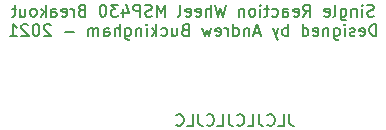
<source format=gbo>
G04 #@! TF.GenerationSoftware,KiCad,Pcbnew,(5.1.8)-1*
G04 #@! TF.CreationDate,2021-07-24T22:41:55-07:00*
G04 #@! TF.ProjectId,MSP430 Breakout,4d535034-3330-4204-9272-65616b6f7574,rev?*
G04 #@! TF.SameCoordinates,Original*
G04 #@! TF.FileFunction,Legend,Bot*
G04 #@! TF.FilePolarity,Positive*
%FSLAX46Y46*%
G04 Gerber Fmt 4.6, Leading zero omitted, Abs format (unit mm)*
G04 Created by KiCad (PCBNEW (5.1.8)-1) date 2021-07-24 22:41:55*
%MOMM*%
%LPD*%
G01*
G04 APERTURE LIST*
%ADD10C,0.150000*%
%ADD11O,1.700000X1.700000*%
%ADD12R,1.700000X1.700000*%
%ADD13C,2.000000*%
%ADD14C,0.800000*%
%ADD15C,5.000000*%
G04 APERTURE END LIST*
D10*
X166671047Y-99782380D02*
X166671047Y-100496666D01*
X166718666Y-100639523D01*
X166813904Y-100734761D01*
X166956761Y-100782380D01*
X167052000Y-100782380D01*
X165718666Y-100782380D02*
X166194857Y-100782380D01*
X166194857Y-99782380D01*
X164813904Y-100687142D02*
X164861523Y-100734761D01*
X165004380Y-100782380D01*
X165099619Y-100782380D01*
X165242476Y-100734761D01*
X165337714Y-100639523D01*
X165385333Y-100544285D01*
X165432952Y-100353809D01*
X165432952Y-100210952D01*
X165385333Y-100020476D01*
X165337714Y-99925238D01*
X165242476Y-99830000D01*
X165099619Y-99782380D01*
X165004380Y-99782380D01*
X164861523Y-99830000D01*
X164813904Y-99877619D01*
X164099619Y-99782380D02*
X164099619Y-100496666D01*
X164147238Y-100639523D01*
X164242476Y-100734761D01*
X164385333Y-100782380D01*
X164480571Y-100782380D01*
X163147238Y-100782380D02*
X163623428Y-100782380D01*
X163623428Y-99782380D01*
X162242476Y-100687142D02*
X162290095Y-100734761D01*
X162432952Y-100782380D01*
X162528190Y-100782380D01*
X162671047Y-100734761D01*
X162766285Y-100639523D01*
X162813904Y-100544285D01*
X162861523Y-100353809D01*
X162861523Y-100210952D01*
X162813904Y-100020476D01*
X162766285Y-99925238D01*
X162671047Y-99830000D01*
X162528190Y-99782380D01*
X162432952Y-99782380D01*
X162290095Y-99830000D01*
X162242476Y-99877619D01*
X161528190Y-99782380D02*
X161528190Y-100496666D01*
X161575809Y-100639523D01*
X161671047Y-100734761D01*
X161813904Y-100782380D01*
X161909142Y-100782380D01*
X160575809Y-100782380D02*
X161052000Y-100782380D01*
X161052000Y-99782380D01*
X159671047Y-100687142D02*
X159718666Y-100734761D01*
X159861523Y-100782380D01*
X159956761Y-100782380D01*
X160099619Y-100734761D01*
X160194857Y-100639523D01*
X160242476Y-100544285D01*
X160290095Y-100353809D01*
X160290095Y-100210952D01*
X160242476Y-100020476D01*
X160194857Y-99925238D01*
X160099619Y-99830000D01*
X159956761Y-99782380D01*
X159861523Y-99782380D01*
X159718666Y-99830000D01*
X159671047Y-99877619D01*
X158956761Y-99782380D02*
X158956761Y-100496666D01*
X159004380Y-100639523D01*
X159099619Y-100734761D01*
X159242476Y-100782380D01*
X159337714Y-100782380D01*
X158004380Y-100782380D02*
X158480571Y-100782380D01*
X158480571Y-99782380D01*
X157099619Y-100687142D02*
X157147238Y-100734761D01*
X157290095Y-100782380D01*
X157385333Y-100782380D01*
X157528190Y-100734761D01*
X157623428Y-100639523D01*
X157671047Y-100544285D01*
X157718666Y-100353809D01*
X157718666Y-100210952D01*
X157671047Y-100020476D01*
X157623428Y-99925238D01*
X157528190Y-99830000D01*
X157385333Y-99782380D01*
X157290095Y-99782380D01*
X157147238Y-99830000D01*
X157099619Y-99877619D01*
X173845214Y-91464261D02*
X173702357Y-91511880D01*
X173464261Y-91511880D01*
X173369023Y-91464261D01*
X173321404Y-91416642D01*
X173273785Y-91321404D01*
X173273785Y-91226166D01*
X173321404Y-91130928D01*
X173369023Y-91083309D01*
X173464261Y-91035690D01*
X173654738Y-90988071D01*
X173749976Y-90940452D01*
X173797595Y-90892833D01*
X173845214Y-90797595D01*
X173845214Y-90702357D01*
X173797595Y-90607119D01*
X173749976Y-90559500D01*
X173654738Y-90511880D01*
X173416642Y-90511880D01*
X173273785Y-90559500D01*
X172845214Y-91511880D02*
X172845214Y-90845214D01*
X172845214Y-90511880D02*
X172892833Y-90559500D01*
X172845214Y-90607119D01*
X172797595Y-90559500D01*
X172845214Y-90511880D01*
X172845214Y-90607119D01*
X172369023Y-90845214D02*
X172369023Y-91511880D01*
X172369023Y-90940452D02*
X172321404Y-90892833D01*
X172226166Y-90845214D01*
X172083309Y-90845214D01*
X171988071Y-90892833D01*
X171940452Y-90988071D01*
X171940452Y-91511880D01*
X171035690Y-90845214D02*
X171035690Y-91654738D01*
X171083309Y-91749976D01*
X171130928Y-91797595D01*
X171226166Y-91845214D01*
X171369023Y-91845214D01*
X171464261Y-91797595D01*
X171035690Y-91464261D02*
X171130928Y-91511880D01*
X171321404Y-91511880D01*
X171416642Y-91464261D01*
X171464261Y-91416642D01*
X171511880Y-91321404D01*
X171511880Y-91035690D01*
X171464261Y-90940452D01*
X171416642Y-90892833D01*
X171321404Y-90845214D01*
X171130928Y-90845214D01*
X171035690Y-90892833D01*
X170416642Y-91511880D02*
X170511880Y-91464261D01*
X170559500Y-91369023D01*
X170559500Y-90511880D01*
X169654738Y-91464261D02*
X169749976Y-91511880D01*
X169940452Y-91511880D01*
X170035690Y-91464261D01*
X170083309Y-91369023D01*
X170083309Y-90988071D01*
X170035690Y-90892833D01*
X169940452Y-90845214D01*
X169749976Y-90845214D01*
X169654738Y-90892833D01*
X169607119Y-90988071D01*
X169607119Y-91083309D01*
X170083309Y-91178547D01*
X167845214Y-91511880D02*
X168178547Y-91035690D01*
X168416642Y-91511880D02*
X168416642Y-90511880D01*
X168035690Y-90511880D01*
X167940452Y-90559500D01*
X167892833Y-90607119D01*
X167845214Y-90702357D01*
X167845214Y-90845214D01*
X167892833Y-90940452D01*
X167940452Y-90988071D01*
X168035690Y-91035690D01*
X168416642Y-91035690D01*
X167035690Y-91464261D02*
X167130928Y-91511880D01*
X167321404Y-91511880D01*
X167416642Y-91464261D01*
X167464261Y-91369023D01*
X167464261Y-90988071D01*
X167416642Y-90892833D01*
X167321404Y-90845214D01*
X167130928Y-90845214D01*
X167035690Y-90892833D01*
X166988071Y-90988071D01*
X166988071Y-91083309D01*
X167464261Y-91178547D01*
X166130928Y-91511880D02*
X166130928Y-90988071D01*
X166178547Y-90892833D01*
X166273785Y-90845214D01*
X166464261Y-90845214D01*
X166559500Y-90892833D01*
X166130928Y-91464261D02*
X166226166Y-91511880D01*
X166464261Y-91511880D01*
X166559500Y-91464261D01*
X166607119Y-91369023D01*
X166607119Y-91273785D01*
X166559500Y-91178547D01*
X166464261Y-91130928D01*
X166226166Y-91130928D01*
X166130928Y-91083309D01*
X165226166Y-91464261D02*
X165321404Y-91511880D01*
X165511880Y-91511880D01*
X165607119Y-91464261D01*
X165654738Y-91416642D01*
X165702357Y-91321404D01*
X165702357Y-91035690D01*
X165654738Y-90940452D01*
X165607119Y-90892833D01*
X165511880Y-90845214D01*
X165321404Y-90845214D01*
X165226166Y-90892833D01*
X164940452Y-90845214D02*
X164559500Y-90845214D01*
X164797595Y-90511880D02*
X164797595Y-91369023D01*
X164749976Y-91464261D01*
X164654738Y-91511880D01*
X164559500Y-91511880D01*
X164226166Y-91511880D02*
X164226166Y-90845214D01*
X164226166Y-90511880D02*
X164273785Y-90559500D01*
X164226166Y-90607119D01*
X164178547Y-90559500D01*
X164226166Y-90511880D01*
X164226166Y-90607119D01*
X163607119Y-91511880D02*
X163702357Y-91464261D01*
X163749976Y-91416642D01*
X163797595Y-91321404D01*
X163797595Y-91035690D01*
X163749976Y-90940452D01*
X163702357Y-90892833D01*
X163607119Y-90845214D01*
X163464261Y-90845214D01*
X163369023Y-90892833D01*
X163321404Y-90940452D01*
X163273785Y-91035690D01*
X163273785Y-91321404D01*
X163321404Y-91416642D01*
X163369023Y-91464261D01*
X163464261Y-91511880D01*
X163607119Y-91511880D01*
X162845214Y-90845214D02*
X162845214Y-91511880D01*
X162845214Y-90940452D02*
X162797595Y-90892833D01*
X162702357Y-90845214D01*
X162559500Y-90845214D01*
X162464261Y-90892833D01*
X162416642Y-90988071D01*
X162416642Y-91511880D01*
X161273785Y-90511880D02*
X161035690Y-91511880D01*
X160845214Y-90797595D01*
X160654738Y-91511880D01*
X160416642Y-90511880D01*
X160035690Y-91511880D02*
X160035690Y-90511880D01*
X159607119Y-91511880D02*
X159607119Y-90988071D01*
X159654738Y-90892833D01*
X159749976Y-90845214D01*
X159892833Y-90845214D01*
X159988071Y-90892833D01*
X160035690Y-90940452D01*
X158749976Y-91464261D02*
X158845214Y-91511880D01*
X159035690Y-91511880D01*
X159130928Y-91464261D01*
X159178547Y-91369023D01*
X159178547Y-90988071D01*
X159130928Y-90892833D01*
X159035690Y-90845214D01*
X158845214Y-90845214D01*
X158749976Y-90892833D01*
X158702357Y-90988071D01*
X158702357Y-91083309D01*
X159178547Y-91178547D01*
X157892833Y-91464261D02*
X157988071Y-91511880D01*
X158178547Y-91511880D01*
X158273785Y-91464261D01*
X158321404Y-91369023D01*
X158321404Y-90988071D01*
X158273785Y-90892833D01*
X158178547Y-90845214D01*
X157988071Y-90845214D01*
X157892833Y-90892833D01*
X157845214Y-90988071D01*
X157845214Y-91083309D01*
X158321404Y-91178547D01*
X157273785Y-91511880D02*
X157369023Y-91464261D01*
X157416642Y-91369023D01*
X157416642Y-90511880D01*
X156130928Y-91511880D02*
X156130928Y-90511880D01*
X155797595Y-91226166D01*
X155464261Y-90511880D01*
X155464261Y-91511880D01*
X155035690Y-91464261D02*
X154892833Y-91511880D01*
X154654738Y-91511880D01*
X154559500Y-91464261D01*
X154511880Y-91416642D01*
X154464261Y-91321404D01*
X154464261Y-91226166D01*
X154511880Y-91130928D01*
X154559500Y-91083309D01*
X154654738Y-91035690D01*
X154845214Y-90988071D01*
X154940452Y-90940452D01*
X154988071Y-90892833D01*
X155035690Y-90797595D01*
X155035690Y-90702357D01*
X154988071Y-90607119D01*
X154940452Y-90559500D01*
X154845214Y-90511880D01*
X154607119Y-90511880D01*
X154464261Y-90559500D01*
X154035690Y-91511880D02*
X154035690Y-90511880D01*
X153654738Y-90511880D01*
X153559500Y-90559500D01*
X153511880Y-90607119D01*
X153464261Y-90702357D01*
X153464261Y-90845214D01*
X153511880Y-90940452D01*
X153559500Y-90988071D01*
X153654738Y-91035690D01*
X154035690Y-91035690D01*
X152607119Y-90845214D02*
X152607119Y-91511880D01*
X152845214Y-90464261D02*
X153083309Y-91178547D01*
X152464261Y-91178547D01*
X152178547Y-90511880D02*
X151559500Y-90511880D01*
X151892833Y-90892833D01*
X151749976Y-90892833D01*
X151654738Y-90940452D01*
X151607119Y-90988071D01*
X151559500Y-91083309D01*
X151559500Y-91321404D01*
X151607119Y-91416642D01*
X151654738Y-91464261D01*
X151749976Y-91511880D01*
X152035690Y-91511880D01*
X152130928Y-91464261D01*
X152178547Y-91416642D01*
X150940452Y-90511880D02*
X150845214Y-90511880D01*
X150749976Y-90559500D01*
X150702357Y-90607119D01*
X150654738Y-90702357D01*
X150607119Y-90892833D01*
X150607119Y-91130928D01*
X150654738Y-91321404D01*
X150702357Y-91416642D01*
X150749976Y-91464261D01*
X150845214Y-91511880D01*
X150940452Y-91511880D01*
X151035690Y-91464261D01*
X151083309Y-91416642D01*
X151130928Y-91321404D01*
X151178547Y-91130928D01*
X151178547Y-90892833D01*
X151130928Y-90702357D01*
X151083309Y-90607119D01*
X151035690Y-90559500D01*
X150940452Y-90511880D01*
X149083309Y-90988071D02*
X148940452Y-91035690D01*
X148892833Y-91083309D01*
X148845214Y-91178547D01*
X148845214Y-91321404D01*
X148892833Y-91416642D01*
X148940452Y-91464261D01*
X149035690Y-91511880D01*
X149416642Y-91511880D01*
X149416642Y-90511880D01*
X149083309Y-90511880D01*
X148988071Y-90559500D01*
X148940452Y-90607119D01*
X148892833Y-90702357D01*
X148892833Y-90797595D01*
X148940452Y-90892833D01*
X148988071Y-90940452D01*
X149083309Y-90988071D01*
X149416642Y-90988071D01*
X148416642Y-91511880D02*
X148416642Y-90845214D01*
X148416642Y-91035690D02*
X148369023Y-90940452D01*
X148321404Y-90892833D01*
X148226166Y-90845214D01*
X148130928Y-90845214D01*
X147416642Y-91464261D02*
X147511880Y-91511880D01*
X147702357Y-91511880D01*
X147797595Y-91464261D01*
X147845214Y-91369023D01*
X147845214Y-90988071D01*
X147797595Y-90892833D01*
X147702357Y-90845214D01*
X147511880Y-90845214D01*
X147416642Y-90892833D01*
X147369023Y-90988071D01*
X147369023Y-91083309D01*
X147845214Y-91178547D01*
X146511880Y-91511880D02*
X146511880Y-90988071D01*
X146559500Y-90892833D01*
X146654738Y-90845214D01*
X146845214Y-90845214D01*
X146940452Y-90892833D01*
X146511880Y-91464261D02*
X146607119Y-91511880D01*
X146845214Y-91511880D01*
X146940452Y-91464261D01*
X146988071Y-91369023D01*
X146988071Y-91273785D01*
X146940452Y-91178547D01*
X146845214Y-91130928D01*
X146607119Y-91130928D01*
X146511880Y-91083309D01*
X146035690Y-91511880D02*
X146035690Y-90511880D01*
X145940452Y-91130928D02*
X145654738Y-91511880D01*
X145654738Y-90845214D02*
X146035690Y-91226166D01*
X145083309Y-91511880D02*
X145178547Y-91464261D01*
X145226166Y-91416642D01*
X145273785Y-91321404D01*
X145273785Y-91035690D01*
X145226166Y-90940452D01*
X145178547Y-90892833D01*
X145083309Y-90845214D01*
X144940452Y-90845214D01*
X144845214Y-90892833D01*
X144797595Y-90940452D01*
X144749976Y-91035690D01*
X144749976Y-91321404D01*
X144797595Y-91416642D01*
X144845214Y-91464261D01*
X144940452Y-91511880D01*
X145083309Y-91511880D01*
X143892833Y-90845214D02*
X143892833Y-91511880D01*
X144321404Y-90845214D02*
X144321404Y-91369023D01*
X144273785Y-91464261D01*
X144178547Y-91511880D01*
X144035690Y-91511880D01*
X143940452Y-91464261D01*
X143892833Y-91416642D01*
X143559500Y-90845214D02*
X143178547Y-90845214D01*
X143416642Y-90511880D02*
X143416642Y-91369023D01*
X143369023Y-91464261D01*
X143273785Y-91511880D01*
X143178547Y-91511880D01*
X174035690Y-93161880D02*
X174035690Y-92161880D01*
X173797595Y-92161880D01*
X173654738Y-92209500D01*
X173559500Y-92304738D01*
X173511880Y-92399976D01*
X173464261Y-92590452D01*
X173464261Y-92733309D01*
X173511880Y-92923785D01*
X173559500Y-93019023D01*
X173654738Y-93114261D01*
X173797595Y-93161880D01*
X174035690Y-93161880D01*
X172654738Y-93114261D02*
X172749976Y-93161880D01*
X172940452Y-93161880D01*
X173035690Y-93114261D01*
X173083309Y-93019023D01*
X173083309Y-92638071D01*
X173035690Y-92542833D01*
X172940452Y-92495214D01*
X172749976Y-92495214D01*
X172654738Y-92542833D01*
X172607119Y-92638071D01*
X172607119Y-92733309D01*
X173083309Y-92828547D01*
X172226166Y-93114261D02*
X172130928Y-93161880D01*
X171940452Y-93161880D01*
X171845214Y-93114261D01*
X171797595Y-93019023D01*
X171797595Y-92971404D01*
X171845214Y-92876166D01*
X171940452Y-92828547D01*
X172083309Y-92828547D01*
X172178547Y-92780928D01*
X172226166Y-92685690D01*
X172226166Y-92638071D01*
X172178547Y-92542833D01*
X172083309Y-92495214D01*
X171940452Y-92495214D01*
X171845214Y-92542833D01*
X171369023Y-93161880D02*
X171369023Y-92495214D01*
X171369023Y-92161880D02*
X171416642Y-92209500D01*
X171369023Y-92257119D01*
X171321404Y-92209500D01*
X171369023Y-92161880D01*
X171369023Y-92257119D01*
X170464261Y-92495214D02*
X170464261Y-93304738D01*
X170511880Y-93399976D01*
X170559500Y-93447595D01*
X170654738Y-93495214D01*
X170797595Y-93495214D01*
X170892833Y-93447595D01*
X170464261Y-93114261D02*
X170559500Y-93161880D01*
X170749976Y-93161880D01*
X170845214Y-93114261D01*
X170892833Y-93066642D01*
X170940452Y-92971404D01*
X170940452Y-92685690D01*
X170892833Y-92590452D01*
X170845214Y-92542833D01*
X170749976Y-92495214D01*
X170559500Y-92495214D01*
X170464261Y-92542833D01*
X169988071Y-92495214D02*
X169988071Y-93161880D01*
X169988071Y-92590452D02*
X169940452Y-92542833D01*
X169845214Y-92495214D01*
X169702357Y-92495214D01*
X169607119Y-92542833D01*
X169559500Y-92638071D01*
X169559500Y-93161880D01*
X168702357Y-93114261D02*
X168797595Y-93161880D01*
X168988071Y-93161880D01*
X169083309Y-93114261D01*
X169130928Y-93019023D01*
X169130928Y-92638071D01*
X169083309Y-92542833D01*
X168988071Y-92495214D01*
X168797595Y-92495214D01*
X168702357Y-92542833D01*
X168654738Y-92638071D01*
X168654738Y-92733309D01*
X169130928Y-92828547D01*
X167797595Y-93161880D02*
X167797595Y-92161880D01*
X167797595Y-93114261D02*
X167892833Y-93161880D01*
X168083309Y-93161880D01*
X168178547Y-93114261D01*
X168226166Y-93066642D01*
X168273785Y-92971404D01*
X168273785Y-92685690D01*
X168226166Y-92590452D01*
X168178547Y-92542833D01*
X168083309Y-92495214D01*
X167892833Y-92495214D01*
X167797595Y-92542833D01*
X166559500Y-93161880D02*
X166559500Y-92161880D01*
X166559500Y-92542833D02*
X166464261Y-92495214D01*
X166273785Y-92495214D01*
X166178547Y-92542833D01*
X166130928Y-92590452D01*
X166083309Y-92685690D01*
X166083309Y-92971404D01*
X166130928Y-93066642D01*
X166178547Y-93114261D01*
X166273785Y-93161880D01*
X166464261Y-93161880D01*
X166559500Y-93114261D01*
X165749976Y-92495214D02*
X165511880Y-93161880D01*
X165273785Y-92495214D02*
X165511880Y-93161880D01*
X165607119Y-93399976D01*
X165654738Y-93447595D01*
X165749976Y-93495214D01*
X164178547Y-92876166D02*
X163702357Y-92876166D01*
X164273785Y-93161880D02*
X163940452Y-92161880D01*
X163607119Y-93161880D01*
X163273785Y-92495214D02*
X163273785Y-93161880D01*
X163273785Y-92590452D02*
X163226166Y-92542833D01*
X163130928Y-92495214D01*
X162988071Y-92495214D01*
X162892833Y-92542833D01*
X162845214Y-92638071D01*
X162845214Y-93161880D01*
X161940452Y-93161880D02*
X161940452Y-92161880D01*
X161940452Y-93114261D02*
X162035690Y-93161880D01*
X162226166Y-93161880D01*
X162321404Y-93114261D01*
X162369023Y-93066642D01*
X162416642Y-92971404D01*
X162416642Y-92685690D01*
X162369023Y-92590452D01*
X162321404Y-92542833D01*
X162226166Y-92495214D01*
X162035690Y-92495214D01*
X161940452Y-92542833D01*
X161464261Y-93161880D02*
X161464261Y-92495214D01*
X161464261Y-92685690D02*
X161416642Y-92590452D01*
X161369023Y-92542833D01*
X161273785Y-92495214D01*
X161178547Y-92495214D01*
X160464261Y-93114261D02*
X160559500Y-93161880D01*
X160749976Y-93161880D01*
X160845214Y-93114261D01*
X160892833Y-93019023D01*
X160892833Y-92638071D01*
X160845214Y-92542833D01*
X160749976Y-92495214D01*
X160559500Y-92495214D01*
X160464261Y-92542833D01*
X160416642Y-92638071D01*
X160416642Y-92733309D01*
X160892833Y-92828547D01*
X160083309Y-92495214D02*
X159892833Y-93161880D01*
X159702357Y-92685690D01*
X159511880Y-93161880D01*
X159321404Y-92495214D01*
X157845214Y-92638071D02*
X157702357Y-92685690D01*
X157654738Y-92733309D01*
X157607119Y-92828547D01*
X157607119Y-92971404D01*
X157654738Y-93066642D01*
X157702357Y-93114261D01*
X157797595Y-93161880D01*
X158178547Y-93161880D01*
X158178547Y-92161880D01*
X157845214Y-92161880D01*
X157749976Y-92209500D01*
X157702357Y-92257119D01*
X157654738Y-92352357D01*
X157654738Y-92447595D01*
X157702357Y-92542833D01*
X157749976Y-92590452D01*
X157845214Y-92638071D01*
X158178547Y-92638071D01*
X156749976Y-92495214D02*
X156749976Y-93161880D01*
X157178547Y-92495214D02*
X157178547Y-93019023D01*
X157130928Y-93114261D01*
X157035690Y-93161880D01*
X156892833Y-93161880D01*
X156797595Y-93114261D01*
X156749976Y-93066642D01*
X155845214Y-93114261D02*
X155940452Y-93161880D01*
X156130928Y-93161880D01*
X156226166Y-93114261D01*
X156273785Y-93066642D01*
X156321404Y-92971404D01*
X156321404Y-92685690D01*
X156273785Y-92590452D01*
X156226166Y-92542833D01*
X156130928Y-92495214D01*
X155940452Y-92495214D01*
X155845214Y-92542833D01*
X155416642Y-93161880D02*
X155416642Y-92161880D01*
X155321404Y-92780928D02*
X155035690Y-93161880D01*
X155035690Y-92495214D02*
X155416642Y-92876166D01*
X154607119Y-93161880D02*
X154607119Y-92495214D01*
X154607119Y-92161880D02*
X154654738Y-92209500D01*
X154607119Y-92257119D01*
X154559500Y-92209500D01*
X154607119Y-92161880D01*
X154607119Y-92257119D01*
X154130928Y-92495214D02*
X154130928Y-93161880D01*
X154130928Y-92590452D02*
X154083309Y-92542833D01*
X153988071Y-92495214D01*
X153845214Y-92495214D01*
X153749976Y-92542833D01*
X153702357Y-92638071D01*
X153702357Y-93161880D01*
X152797595Y-92495214D02*
X152797595Y-93304738D01*
X152845214Y-93399976D01*
X152892833Y-93447595D01*
X152988071Y-93495214D01*
X153130928Y-93495214D01*
X153226166Y-93447595D01*
X152797595Y-93114261D02*
X152892833Y-93161880D01*
X153083309Y-93161880D01*
X153178547Y-93114261D01*
X153226166Y-93066642D01*
X153273785Y-92971404D01*
X153273785Y-92685690D01*
X153226166Y-92590452D01*
X153178547Y-92542833D01*
X153083309Y-92495214D01*
X152892833Y-92495214D01*
X152797595Y-92542833D01*
X152321404Y-93161880D02*
X152321404Y-92161880D01*
X151892833Y-93161880D02*
X151892833Y-92638071D01*
X151940452Y-92542833D01*
X152035690Y-92495214D01*
X152178547Y-92495214D01*
X152273785Y-92542833D01*
X152321404Y-92590452D01*
X150988071Y-93161880D02*
X150988071Y-92638071D01*
X151035690Y-92542833D01*
X151130928Y-92495214D01*
X151321404Y-92495214D01*
X151416642Y-92542833D01*
X150988071Y-93114261D02*
X151083309Y-93161880D01*
X151321404Y-93161880D01*
X151416642Y-93114261D01*
X151464261Y-93019023D01*
X151464261Y-92923785D01*
X151416642Y-92828547D01*
X151321404Y-92780928D01*
X151083309Y-92780928D01*
X150988071Y-92733309D01*
X150511880Y-93161880D02*
X150511880Y-92495214D01*
X150511880Y-92590452D02*
X150464261Y-92542833D01*
X150369023Y-92495214D01*
X150226166Y-92495214D01*
X150130928Y-92542833D01*
X150083309Y-92638071D01*
X150083309Y-93161880D01*
X150083309Y-92638071D02*
X150035690Y-92542833D01*
X149940452Y-92495214D01*
X149797595Y-92495214D01*
X149702357Y-92542833D01*
X149654738Y-92638071D01*
X149654738Y-93161880D01*
X148416642Y-92780928D02*
X147654738Y-92780928D01*
X146464261Y-92257119D02*
X146416642Y-92209500D01*
X146321404Y-92161880D01*
X146083309Y-92161880D01*
X145988071Y-92209500D01*
X145940452Y-92257119D01*
X145892833Y-92352357D01*
X145892833Y-92447595D01*
X145940452Y-92590452D01*
X146511880Y-93161880D01*
X145892833Y-93161880D01*
X145273785Y-92161880D02*
X145178547Y-92161880D01*
X145083309Y-92209500D01*
X145035690Y-92257119D01*
X144988071Y-92352357D01*
X144940452Y-92542833D01*
X144940452Y-92780928D01*
X144988071Y-92971404D01*
X145035690Y-93066642D01*
X145083309Y-93114261D01*
X145178547Y-93161880D01*
X145273785Y-93161880D01*
X145369023Y-93114261D01*
X145416642Y-93066642D01*
X145464261Y-92971404D01*
X145511880Y-92780928D01*
X145511880Y-92542833D01*
X145464261Y-92352357D01*
X145416642Y-92257119D01*
X145369023Y-92209500D01*
X145273785Y-92161880D01*
X144559500Y-92257119D02*
X144511880Y-92209500D01*
X144416642Y-92161880D01*
X144178547Y-92161880D01*
X144083309Y-92209500D01*
X144035690Y-92257119D01*
X143988071Y-92352357D01*
X143988071Y-92447595D01*
X144035690Y-92590452D01*
X144607119Y-93161880D01*
X143988071Y-93161880D01*
X143035690Y-93161880D02*
X143607119Y-93161880D01*
X143321404Y-93161880D02*
X143321404Y-92161880D01*
X143416642Y-92304738D01*
X143511880Y-92399976D01*
X143607119Y-92447595D01*
%LPC*%
D11*
X122047000Y-68326000D03*
X122047000Y-70866000D03*
X122047000Y-73406000D03*
X122047000Y-75946000D03*
X122047000Y-78486000D03*
D12*
X122047000Y-81026000D03*
X137287000Y-89916000D03*
D11*
X137287000Y-92456000D03*
X137287000Y-94996000D03*
X137287000Y-97536000D03*
X137287000Y-100076000D03*
X137287000Y-102616000D03*
D12*
X122047000Y-92456000D03*
D11*
X122047000Y-94996000D03*
X122047000Y-97536000D03*
X122047000Y-100076000D03*
D12*
X133477000Y-115316000D03*
D11*
X136017000Y-115316000D03*
X138557000Y-115316000D03*
D12*
X148717000Y-113728500D03*
D11*
X148717000Y-111188500D03*
X151257000Y-113728500D03*
X151257000Y-111188500D03*
X153797000Y-113728500D03*
X153797000Y-111188500D03*
X156337000Y-113728500D03*
X156337000Y-111188500D03*
X158877000Y-113728500D03*
X158877000Y-111188500D03*
X161417000Y-113728500D03*
X161417000Y-111188500D03*
X163957000Y-113728500D03*
X163957000Y-111188500D03*
D12*
X143637000Y-59436000D03*
D11*
X146177000Y-59436000D03*
D13*
X177918500Y-106489500D03*
X173418500Y-106489500D03*
X177918500Y-99989500D03*
X173418500Y-99989500D03*
D12*
X156337000Y-59436000D03*
D11*
X158877000Y-59436000D03*
D14*
X125912825Y-60650175D03*
X124587000Y-60101000D03*
X123261175Y-60650175D03*
X122712000Y-61976000D03*
X123261175Y-63301825D03*
X124587000Y-63851000D03*
X125912825Y-63301825D03*
X126462000Y-61976000D03*
D15*
X124587000Y-61976000D03*
X124587000Y-112776000D03*
D14*
X126462000Y-112776000D03*
X125912825Y-114101825D03*
X124587000Y-114651000D03*
X123261175Y-114101825D03*
X122712000Y-112776000D03*
X123261175Y-111450175D03*
X124587000Y-110901000D03*
X125912825Y-111450175D03*
X176712825Y-60650175D03*
X175387000Y-60101000D03*
X174061175Y-60650175D03*
X173512000Y-61976000D03*
X174061175Y-63301825D03*
X175387000Y-63851000D03*
X176712825Y-63301825D03*
X177262000Y-61976000D03*
D15*
X175387000Y-61976000D03*
X175387000Y-112776000D03*
D14*
X177262000Y-112776000D03*
X176712825Y-114101825D03*
X175387000Y-114651000D03*
X174061175Y-114101825D03*
X173512000Y-112776000D03*
X174061175Y-111450175D03*
X175387000Y-110901000D03*
X176712825Y-111450175D03*
D11*
X177927000Y-68326000D03*
X177927000Y-70866000D03*
X177927000Y-73406000D03*
D12*
X177927000Y-75946000D03*
X177927000Y-83566000D03*
D11*
X177927000Y-86106000D03*
X177927000Y-88646000D03*
X177927000Y-91186000D03*
M02*

</source>
